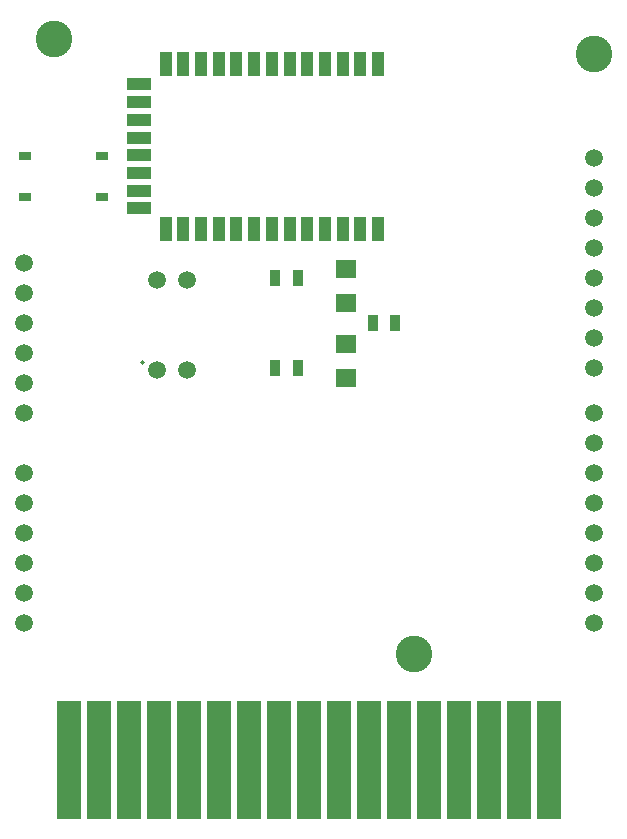
<source format=gbr>
G04 (created by PCBNEW (2013-may-18)-stable) date Вт 27 окт 2015 07:22:52*
%MOIN*%
G04 Gerber Fmt 3.4, Leading zero omitted, Abs format*
%FSLAX34Y34*%
G01*
G70*
G90*
G04 APERTURE LIST*
%ADD10C,0.00590551*%
%ADD11C,0.00787402*%
%ADD12R,0.0393701X0.0787402*%
%ADD13R,0.0787402X0.0393701*%
%ADD14C,0.122047*%
%ADD15R,0.035X0.055*%
%ADD16R,0.0709X0.0629*%
%ADD17C,0.0590551*%
%ADD18R,0.0787402X0.393701*%
%ADD19R,0.0393701X0.0314961*%
G04 APERTURE END LIST*
G54D10*
G54D11*
X52200Y-42199D02*
G75*
G03X52200Y-42199I-50J0D01*
G74*
G01*
G54D12*
X60012Y-32240D03*
X59422Y-32240D03*
X58831Y-32240D03*
X58241Y-32240D03*
X57650Y-32240D03*
X57060Y-32240D03*
X56469Y-32240D03*
X55879Y-32240D03*
X55288Y-32240D03*
X54698Y-32240D03*
X54107Y-32240D03*
X53516Y-32240D03*
X52926Y-32240D03*
G54D13*
X52040Y-32929D03*
X52040Y-33520D03*
X52040Y-34110D03*
X52040Y-34701D03*
X52040Y-35291D03*
X52040Y-35882D03*
X52040Y-36472D03*
X52040Y-37063D03*
G54D12*
X52926Y-37752D03*
X53516Y-37752D03*
X54107Y-37752D03*
X54698Y-37752D03*
X55288Y-37752D03*
X55879Y-37752D03*
X56469Y-37752D03*
X57060Y-37752D03*
X57650Y-37752D03*
X58241Y-37752D03*
X58831Y-37752D03*
X59422Y-37752D03*
X60012Y-37752D03*
G54D14*
X61200Y-51901D03*
G54D15*
X56575Y-42400D03*
X57325Y-42400D03*
X56575Y-39400D03*
X57325Y-39400D03*
X59825Y-40900D03*
X60575Y-40900D03*
G54D16*
X58950Y-39091D03*
X58950Y-40209D03*
X58950Y-42709D03*
X58950Y-41591D03*
G54D17*
X48200Y-39900D03*
X48200Y-38900D03*
X48200Y-42900D03*
X48200Y-43900D03*
X48200Y-41900D03*
X48200Y-40900D03*
X48200Y-47900D03*
X48200Y-48900D03*
X48200Y-50900D03*
X48200Y-49900D03*
X48200Y-45900D03*
X48200Y-46900D03*
X67200Y-43900D03*
X67200Y-44900D03*
X67200Y-46900D03*
X67200Y-45900D03*
X67200Y-49900D03*
X67200Y-50900D03*
X67200Y-48900D03*
X67200Y-47900D03*
X67200Y-39400D03*
X67200Y-40400D03*
X67200Y-42400D03*
X67200Y-41400D03*
X67200Y-37400D03*
X67200Y-38400D03*
X67200Y-36400D03*
X67200Y-35400D03*
G54D18*
X49700Y-55449D03*
X50700Y-55449D03*
X51700Y-55449D03*
X52700Y-55449D03*
X53700Y-55449D03*
X54700Y-55449D03*
X55700Y-55449D03*
X56700Y-55449D03*
X57700Y-55449D03*
X58700Y-55449D03*
X59700Y-55449D03*
X60700Y-55449D03*
X61700Y-55449D03*
X62700Y-55449D03*
X63700Y-55449D03*
X64700Y-55449D03*
X65700Y-55449D03*
G54D17*
X52649Y-42444D03*
X52649Y-39444D03*
X53649Y-42444D03*
X53649Y-39444D03*
G54D14*
X67200Y-31901D03*
X49200Y-31401D03*
G54D19*
X50812Y-35301D03*
X50812Y-36679D03*
X48253Y-36679D03*
X48253Y-35301D03*
M02*

</source>
